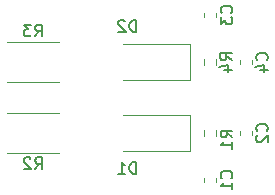
<source format=gbr>
%TF.GenerationSoftware,KiCad,Pcbnew,(5.99.0-12374-g2479e1d7b1)*%
%TF.CreationDate,2021-11-10T00:42:55+03:00*%
%TF.ProjectId,swr,7377722e-6b69-4636-9164-5f7063625858,rev?*%
%TF.SameCoordinates,Original*%
%TF.FileFunction,Legend,Bot*%
%TF.FilePolarity,Positive*%
%FSLAX46Y46*%
G04 Gerber Fmt 4.6, Leading zero omitted, Abs format (unit mm)*
G04 Created by KiCad (PCBNEW (5.99.0-12374-g2479e1d7b1)) date 2021-11-10 00:42:55*
%MOMM*%
%LPD*%
G01*
G04 APERTURE LIST*
%ADD10C,0.150000*%
%ADD11C,0.120000*%
G04 APERTURE END LIST*
D10*
%TO.C,C1*%
X159787142Y-92833333D02*
X159834761Y-92785714D01*
X159882380Y-92642857D01*
X159882380Y-92547619D01*
X159834761Y-92404761D01*
X159739523Y-92309523D01*
X159644285Y-92261904D01*
X159453809Y-92214285D01*
X159310952Y-92214285D01*
X159120476Y-92261904D01*
X159025238Y-92309523D01*
X158930000Y-92404761D01*
X158882380Y-92547619D01*
X158882380Y-92642857D01*
X158930000Y-92785714D01*
X158977619Y-92833333D01*
X159882380Y-93785714D02*
X159882380Y-93214285D01*
X159882380Y-93500000D02*
X158882380Y-93500000D01*
X159025238Y-93404761D01*
X159120476Y-93309523D01*
X159168095Y-93214285D01*
%TO.C,C3*%
X159787142Y-78833333D02*
X159834761Y-78785714D01*
X159882380Y-78642857D01*
X159882380Y-78547619D01*
X159834761Y-78404761D01*
X159739523Y-78309523D01*
X159644285Y-78261904D01*
X159453809Y-78214285D01*
X159310952Y-78214285D01*
X159120476Y-78261904D01*
X159025238Y-78309523D01*
X158930000Y-78404761D01*
X158882380Y-78547619D01*
X158882380Y-78642857D01*
X158930000Y-78785714D01*
X158977619Y-78833333D01*
X158882380Y-79166666D02*
X158882380Y-79785714D01*
X159263333Y-79452380D01*
X159263333Y-79595238D01*
X159310952Y-79690476D01*
X159358571Y-79738095D01*
X159453809Y-79785714D01*
X159691904Y-79785714D01*
X159787142Y-79738095D01*
X159834761Y-79690476D01*
X159882380Y-79595238D01*
X159882380Y-79309523D01*
X159834761Y-79214285D01*
X159787142Y-79166666D01*
%TO.C,C4*%
X162787142Y-82833333D02*
X162834761Y-82785714D01*
X162882380Y-82642857D01*
X162882380Y-82547619D01*
X162834761Y-82404761D01*
X162739523Y-82309523D01*
X162644285Y-82261904D01*
X162453809Y-82214285D01*
X162310952Y-82214285D01*
X162120476Y-82261904D01*
X162025238Y-82309523D01*
X161930000Y-82404761D01*
X161882380Y-82547619D01*
X161882380Y-82642857D01*
X161930000Y-82785714D01*
X161977619Y-82833333D01*
X162215714Y-83690476D02*
X162882380Y-83690476D01*
X161834761Y-83452380D02*
X162549047Y-83214285D01*
X162549047Y-83833333D01*
%TO.C,D1*%
X151738095Y-92452380D02*
X151738095Y-91452380D01*
X151500000Y-91452380D01*
X151357142Y-91500000D01*
X151261904Y-91595238D01*
X151214285Y-91690476D01*
X151166666Y-91880952D01*
X151166666Y-92023809D01*
X151214285Y-92214285D01*
X151261904Y-92309523D01*
X151357142Y-92404761D01*
X151500000Y-92452380D01*
X151738095Y-92452380D01*
X150214285Y-92452380D02*
X150785714Y-92452380D01*
X150500000Y-92452380D02*
X150500000Y-91452380D01*
X150595238Y-91595238D01*
X150690476Y-91690476D01*
X150785714Y-91738095D01*
%TO.C,D2*%
X151738095Y-80452380D02*
X151738095Y-79452380D01*
X151500000Y-79452380D01*
X151357142Y-79500000D01*
X151261904Y-79595238D01*
X151214285Y-79690476D01*
X151166666Y-79880952D01*
X151166666Y-80023809D01*
X151214285Y-80214285D01*
X151261904Y-80309523D01*
X151357142Y-80404761D01*
X151500000Y-80452380D01*
X151738095Y-80452380D01*
X150785714Y-79547619D02*
X150738095Y-79500000D01*
X150642857Y-79452380D01*
X150404761Y-79452380D01*
X150309523Y-79500000D01*
X150261904Y-79547619D01*
X150214285Y-79642857D01*
X150214285Y-79738095D01*
X150261904Y-79880952D01*
X150833333Y-80452380D01*
X150214285Y-80452380D01*
%TO.C,R1*%
X159882380Y-89368333D02*
X159406190Y-89035000D01*
X159882380Y-88796904D02*
X158882380Y-88796904D01*
X158882380Y-89177857D01*
X158930000Y-89273095D01*
X158977619Y-89320714D01*
X159072857Y-89368333D01*
X159215714Y-89368333D01*
X159310952Y-89320714D01*
X159358571Y-89273095D01*
X159406190Y-89177857D01*
X159406190Y-88796904D01*
X159882380Y-90320714D02*
X159882380Y-89749285D01*
X159882380Y-90035000D02*
X158882380Y-90035000D01*
X159025238Y-89939761D01*
X159120476Y-89844523D01*
X159168095Y-89749285D01*
%TO.C,R2*%
X143166666Y-92072380D02*
X143500000Y-91596190D01*
X143738095Y-92072380D02*
X143738095Y-91072380D01*
X143357142Y-91072380D01*
X143261904Y-91120000D01*
X143214285Y-91167619D01*
X143166666Y-91262857D01*
X143166666Y-91405714D01*
X143214285Y-91500952D01*
X143261904Y-91548571D01*
X143357142Y-91596190D01*
X143738095Y-91596190D01*
X142785714Y-91167619D02*
X142738095Y-91120000D01*
X142642857Y-91072380D01*
X142404761Y-91072380D01*
X142309523Y-91120000D01*
X142261904Y-91167619D01*
X142214285Y-91262857D01*
X142214285Y-91358095D01*
X142261904Y-91500952D01*
X142833333Y-92072380D01*
X142214285Y-92072380D01*
%TO.C,R3*%
X143166666Y-80832380D02*
X143500000Y-80356190D01*
X143738095Y-80832380D02*
X143738095Y-79832380D01*
X143357142Y-79832380D01*
X143261904Y-79880000D01*
X143214285Y-79927619D01*
X143166666Y-80022857D01*
X143166666Y-80165714D01*
X143214285Y-80260952D01*
X143261904Y-80308571D01*
X143357142Y-80356190D01*
X143738095Y-80356190D01*
X142833333Y-79832380D02*
X142214285Y-79832380D01*
X142547619Y-80213333D01*
X142404761Y-80213333D01*
X142309523Y-80260952D01*
X142261904Y-80308571D01*
X142214285Y-80403809D01*
X142214285Y-80641904D01*
X142261904Y-80737142D01*
X142309523Y-80784761D01*
X142404761Y-80832380D01*
X142690476Y-80832380D01*
X142785714Y-80784761D01*
X142833333Y-80737142D01*
%TO.C,R4*%
X159837380Y-82833333D02*
X159361190Y-82500000D01*
X159837380Y-82261904D02*
X158837380Y-82261904D01*
X158837380Y-82642857D01*
X158885000Y-82738095D01*
X158932619Y-82785714D01*
X159027857Y-82833333D01*
X159170714Y-82833333D01*
X159265952Y-82785714D01*
X159313571Y-82738095D01*
X159361190Y-82642857D01*
X159361190Y-82261904D01*
X159170714Y-83690476D02*
X159837380Y-83690476D01*
X158789761Y-83452380D02*
X159504047Y-83214285D01*
X159504047Y-83833333D01*
%TO.C,C2*%
X162787142Y-88833333D02*
X162834761Y-88785714D01*
X162882380Y-88642857D01*
X162882380Y-88547619D01*
X162834761Y-88404761D01*
X162739523Y-88309523D01*
X162644285Y-88261904D01*
X162453809Y-88214285D01*
X162310952Y-88214285D01*
X162120476Y-88261904D01*
X162025238Y-88309523D01*
X161930000Y-88404761D01*
X161882380Y-88547619D01*
X161882380Y-88642857D01*
X161930000Y-88785714D01*
X161977619Y-88833333D01*
X161977619Y-89214285D02*
X161930000Y-89261904D01*
X161882380Y-89357142D01*
X161882380Y-89595238D01*
X161930000Y-89690476D01*
X161977619Y-89738095D01*
X162072857Y-89785714D01*
X162168095Y-89785714D01*
X162310952Y-89738095D01*
X162882380Y-89166666D01*
X162882380Y-89785714D01*
D11*
%TO.C,C1*%
X157490000Y-93146267D02*
X157490000Y-92853733D01*
X158510000Y-93146267D02*
X158510000Y-92853733D01*
%TO.C,C3*%
X158510000Y-79146267D02*
X158510000Y-78853733D01*
X157490000Y-79146267D02*
X157490000Y-78853733D01*
%TO.C,C4*%
X160490000Y-83146267D02*
X160490000Y-82853733D01*
X161510000Y-83146267D02*
X161510000Y-82853733D01*
%TO.C,D1*%
X156300000Y-87500000D02*
X156300000Y-90500000D01*
X150600000Y-87500000D02*
X156300000Y-87500000D01*
X156300000Y-90500000D02*
X150600000Y-90500000D01*
%TO.C,D2*%
X150600000Y-81500000D02*
X156300000Y-81500000D01*
X156300000Y-84500000D02*
X150600000Y-84500000D01*
X156300000Y-81500000D02*
X156300000Y-84500000D01*
%TO.C,R1*%
X158522500Y-89254724D02*
X158522500Y-88745276D01*
X157477500Y-89254724D02*
X157477500Y-88745276D01*
%TO.C,R2*%
X140822936Y-87290000D02*
X145177064Y-87290000D01*
X140822936Y-90710000D02*
X145177064Y-90710000D01*
%TO.C,R3*%
X145177064Y-84710000D02*
X140822936Y-84710000D01*
X145177064Y-81290000D02*
X140822936Y-81290000D01*
%TO.C,R4*%
X158522500Y-82745276D02*
X158522500Y-83254724D01*
X157477500Y-82745276D02*
X157477500Y-83254724D01*
%TO.C,C2*%
X161510000Y-89146267D02*
X161510000Y-88853733D01*
X160490000Y-89146267D02*
X160490000Y-88853733D01*
%TD*%
M02*

</source>
